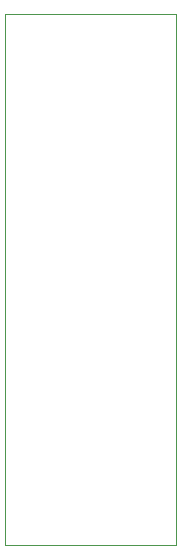
<source format=gbr>
%TF.GenerationSoftware,KiCad,Pcbnew,9.0.4*%
%TF.CreationDate,2025-09-26T15:47:01+05:30*%
%TF.ProjectId,EMG,454d472e-6b69-4636-9164-5f7063625858,rev?*%
%TF.SameCoordinates,Original*%
%TF.FileFunction,Profile,NP*%
%FSLAX46Y46*%
G04 Gerber Fmt 4.6, Leading zero omitted, Abs format (unit mm)*
G04 Created by KiCad (PCBNEW 9.0.4) date 2025-09-26 15:47:01*
%MOMM*%
%LPD*%
G01*
G04 APERTURE LIST*
%TA.AperFunction,Profile*%
%ADD10C,0.050000*%
%TD*%
G04 APERTURE END LIST*
D10*
X122500000Y-34500000D02*
X137000000Y-34500000D01*
X137000000Y-79500000D01*
X122500000Y-79500000D01*
X122500000Y-34500000D01*
M02*

</source>
